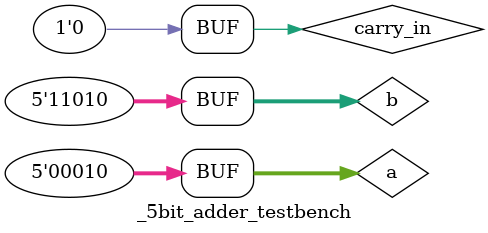
<source format=v>
`define DELAY 20
module _5bit_adder_testbench(); 
reg[4:0] a, b;
reg carry_in;
wire[4:0] sum;
wire carry_out;

_5bit_adder fatb (sum, carry_out, a, b, carry_in);

initial begin
a = 5'b11100; b = 5'b00011; carry_in = 1'b0;
#`DELAY;
a = 5'b10101; b = 5'b01010; carry_in = 1'b0;
#`DELAY;
a = 5'b00010; b = 5'b11010; carry_in = 1'b0;
end
 
 
initial
begin
$monitor("time = %2d, a =%5b, b=%5b, carry_in=%1b, sum=%5b, carry_out=%1b", $time, a, b, carry_in, sum, carry_out);
end
 
endmodule
</source>
